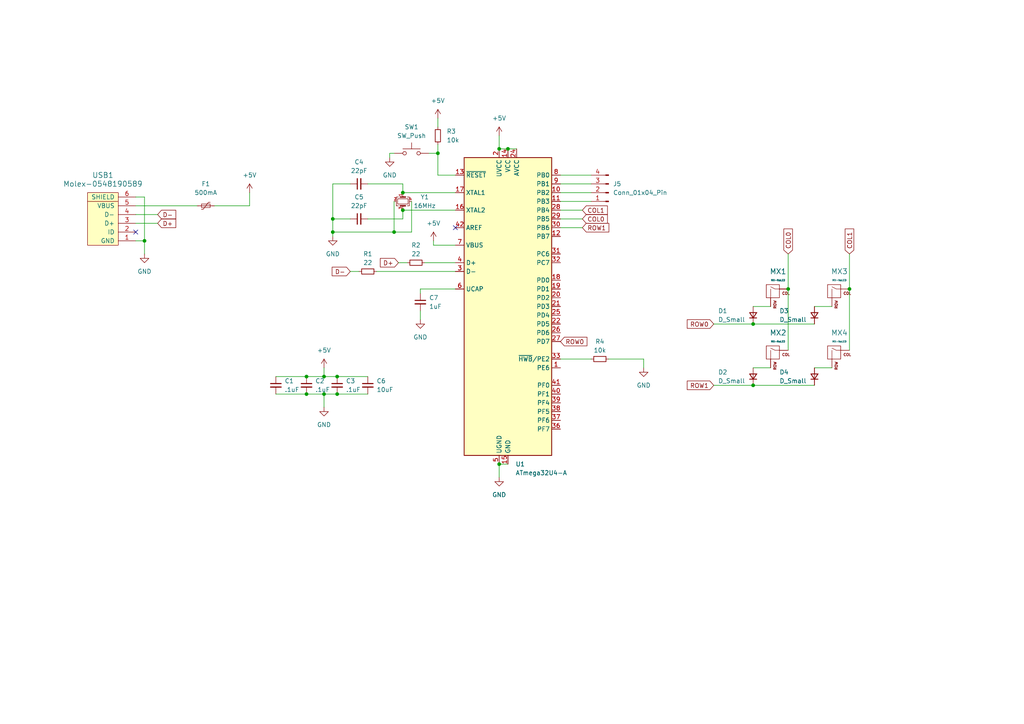
<source format=kicad_sch>
(kicad_sch (version 20230121) (generator eeschema)
  (paper "A4")
  (lib_symbols
    (symbol "Connector:Conn_01x04_Pin" (pin_names (offset 1.016) hide)
      (property "Reference" "J" (at 0 5.08 0))
      (property "Value" "Conn_01x04_Pin" (at 0 -7.62 0))
      (symbol "Conn_01x04_Pin_1_1"
        (polyline (pts (xy 1.27 -5.08) (xy 0.8636 -5.08)) (stroke (width 0.1524)))
        (polyline (pts (xy 1.27 -2.54) (xy 0.8636 -2.54)) (stroke (width 0.1524)))
        (polyline (pts (xy 1.27 0) (xy 0.8636 0)) (stroke (width 0.1524)))
        (polyline (pts (xy 1.27 2.54) (xy 0.8636 2.54)) (stroke (width 0.1524)))
        (rectangle (start 0.8636 -4.953) (end 0 -5.207) (stroke (width 0.1524)) (fill (type outline)))
        (rectangle (start 0.8636 -2.413) (end 0 -2.667) (stroke (width 0.1524)) (fill (type outline)))
        (rectangle (start 0.8636 0.127) (end 0 -0.127) (stroke (width 0.1524)) (fill (type outline)))
        (rectangle (start 0.8636 2.667) (end 0 2.413) (stroke (width 0.1524)) (fill (type outline)))
        (pin passive line (at 5.08 2.54 180) (length 3.81) (name "Pin_1") (number "1"))
        (pin passive line (at 5.08 0 180) (length 3.81) (name "Pin_2") (number "2"))
        (pin passive line (at 5.08 -2.54 180) (length 3.81) (name "Pin_3") (number "3"))
        (pin passive line (at 5.08 -5.08 180) (length 3.81) (name "Pin_4") (number "4"))
      )
    )
    (symbol "Device:C_Small" (pin_numbers hide) (pin_names (offset 0.254) hide)
      (property "Reference" "C" (at 0.254 1.778 0))
      (property "Value" "C_Small" (at 0.254 -2.032 0))
      (symbol "C_Small_0_1"
        (polyline (pts (xy -1.524 -0.508) (xy 1.524 -0.508)) (stroke (width 0.3302)))
        (polyline (pts (xy -1.524 0.508) (xy 1.524 0.508)) (stroke (width 0.3048)))
      )
      (symbol "C_Small_1_1"
        (pin passive line (at 0 2.54 270) (length 2.032) (name "~") (number "1"))
        (pin passive line (at 0 -2.54 90) (length 2.032) (name "~") (number "2"))
      )
    )
    (symbol "Device:Crystal_GND24_Small" (pin_names (offset 1.016) hide)
      (property "Reference" "Y" (at 1.27 4.445 0))
      (property "Value" "Crystal_GND24_Small" (at 1.27 2.54 0))
      (symbol "Crystal_GND24_Small_0_1"
        (rectangle (start -0.762 -1.524) (end 0.762 1.524))
        (polyline (pts (xy -1.27 -0.762) (xy -1.27 0.762)) (stroke (width 0.381)))
        (polyline (pts (xy 1.27 -0.762) (xy 1.27 0.762)) (stroke (width 0.381)))
        (polyline (pts (xy -1.27 -1.27) (xy -1.27 -1.905) (xy 1.27 -1.905) (xy 1.27 -1.27)))
        (polyline (pts (xy -1.27 1.27) (xy -1.27 1.905) (xy 1.27 1.905) (xy 1.27 1.27)))
      )
      (symbol "Crystal_GND24_Small_1_1"
        (pin passive line (at -2.54 0 0) (length 1.27) (name "1") (number "1"))
        (pin passive line (at 0 -2.54 90) (length 0.635) (name "2") (number "2"))
        (pin passive line (at 2.54 0 180) (length 1.27) (name "3") (number "3"))
        (pin passive line (at 0 2.54 270) (length 0.635) (name "4") (number "4"))
      )
    )
    (symbol "Device:D_Small" (pin_numbers hide) (pin_names (offset 0.254) hide)
      (property "Reference" "D" (at -1.27 2.032 0))
      (property "Value" "D_Small" (at -3.81 -2.032 0))
      (symbol "D_Small_0_1"
        (polyline (pts (xy -0.762 -1.016) (xy -0.762 1.016)) (stroke (width 0.254)))
        (polyline (pts (xy -0.762 0) (xy 0.762 0)))
        (polyline (pts (xy 0.762 -1.016) (xy -0.762 0) (xy 0.762 1.016) (xy 0.762 -1.016)) (stroke (width 0.254)))
      )
      (symbol "D_Small_1_1"
        (pin passive line (at -2.54 0 0) (length 1.778) (name "K") (number "1"))
        (pin passive line (at 2.54 0 180) (length 1.778) (name "A") (number "2"))
      )
    )
    (symbol "Device:Polyfuse_Small" (pin_numbers hide) (pin_names (offset 0))
      (property "Reference" "F" (at -1.905 0 90))
      (property "Value" "Polyfuse_Small" (at 1.905 0 90))
      (symbol "Polyfuse_Small_0_1"
        (rectangle (start -0.508 1.27) (end 0.508 -1.27))
        (polyline (pts (xy 0 2.54) (xy 0 -2.54)))
        (polyline (pts (xy -1.016 1.27) (xy -1.016 0.762) (xy 1.016 -0.762) (xy 1.016 -1.27)))
      )
      (symbol "Polyfuse_Small_1_1"
        (pin passive line (at 0 2.54 270) (length 0.635) (name "~") (number "1"))
        (pin passive line (at 0 -2.54 90) (length 0.635) (name "~") (number "2"))
      )
    )
    (symbol "Device:R_Small" (pin_numbers hide) (pin_names (offset 0.254) hide)
      (property "Reference" "R" (at 0.762 0.508 0))
      (property "Value" "R_Small" (at 0.762 -1.016 0))
      (symbol "R_Small_0_1"
        (rectangle (start -0.762 1.778) (end 0.762 -1.778) (stroke (width 0.2032)))
      )
      (symbol "R_Small_1_1"
        (pin passive line (at 0 2.54 270) (length 0.762) (name "~") (number "1"))
        (pin passive line (at 0 -2.54 90) (length 0.762) (name "~") (number "2"))
      )
    )
    (symbol "MCU_Microchip_ATmega:ATmega32U4-A"
      (property "Reference" "U" (at -12.7 44.45 0))
      (property "Value" "ATmega32U4-A" (at 2.54 -44.45 0))
      (symbol "ATmega32U4-A_0_1"
        (rectangle (start -12.7 -43.18) (end 12.7 43.18) (stroke (width 0.254)) (fill (type background)))
      )
      (symbol "ATmega32U4-A_1_1"
        (pin bidirectional line (at 15.24 -17.78 180) (length 2.54) (name "PE6") (number "1"))
        (pin bidirectional line (at 15.24 33.02 180) (length 2.54) (name "PB2") (number "10"))
        (pin bidirectional line (at 15.24 30.48 180) (length 2.54) (name "PB3") (number "11"))
        (pin bidirectional line (at 15.24 20.32 180) (length 2.54) (name "PB7") (number "12"))
        (pin input line (at -15.24 38.1 0) (length 2.54) (name "~{RESET}") (number "13"))
        (pin power_in line (at 0 45.72 270) (length 2.54) (name "VCC") (number "14"))
        (pin power_in line (at 0 -45.72 90) (length 2.54) (name "GND") (number "15"))
        (pin output line (at -15.24 27.94 0) (length 2.54) (name "XTAL2") (number "16"))
        (pin input line (at -15.24 33.02 0) (length 2.54) (name "XTAL1") (number "17"))
        (pin bidirectional line (at 15.24 7.62 180) (length 2.54) (name "PD0") (number "18"))
        (pin bidirectional line (at 15.24 5.08 180) (length 2.54) (name "PD1") (number "19"))
        (pin power_in line (at -2.54 45.72 270) (length 2.54) (name "UVCC") (number "2"))
        (pin bidirectional line (at 15.24 2.54 180) (length 2.54) (name "PD2") (number "20"))
        (pin bidirectional line (at 15.24 0 180) (length 2.54) (name "PD3") (number "21"))
        (pin bidirectional line (at 15.24 -5.08 180) (length 2.54) (name "PD5") (number "22"))
        (pin passive line (at 0 -45.72 90) (length 2.54) hide (name "GND") (number "23"))
        (pin power_in line (at 2.54 45.72 270) (length 2.54) (name "AVCC") (number "24"))
        (pin bidirectional line (at 15.24 -2.54 180) (length 2.54) (name "PD4") (number "25"))
        (pin bidirectional line (at 15.24 -7.62 180) (length 2.54) (name "PD6") (number "26"))
        (pin bidirectional line (at 15.24 -10.16 180) (length 2.54) (name "PD7") (number "27"))
        (pin bidirectional line (at 15.24 27.94 180) (length 2.54) (name "PB4") (number "28"))
        (pin bidirectional line (at 15.24 25.4 180) (length 2.54) (name "PB5") (number "29"))
        (pin bidirectional line (at -15.24 10.16 0) (length 2.54) (name "D-") (number "3"))
        (pin bidirectional line (at 15.24 22.86 180) (length 2.54) (name "PB6") (number "30"))
        (pin bidirectional line (at 15.24 15.24 180) (length 2.54) (name "PC6") (number "31"))
        (pin bidirectional line (at 15.24 12.7 180) (length 2.54) (name "PC7") (number "32"))
        (pin bidirectional line (at 15.24 -15.24 180) (length 2.54) (name "~{HWB}/PE2") (number "33"))
        (pin passive line (at 0 45.72 270) (length 2.54) hide (name "VCC") (number "34"))
        (pin passive line (at 0 -45.72 90) (length 2.54) hide (name "GND") (number "35"))
        (pin bidirectional line (at 15.24 -35.56 180) (length 2.54) (name "PF7") (number "36"))
        (pin bidirectional line (at 15.24 -33.02 180) (length 2.54) (name "PF6") (number "37"))
        (pin bidirectional line (at 15.24 -30.48 180) (length 2.54) (name "PF5") (number "38"))
        (pin bidirectional line (at 15.24 -27.94 180) (length 2.54) (name "PF4") (number "39"))
        (pin bidirectional line (at -15.24 12.7 0) (length 2.54) (name "D+") (number "4"))
        (pin bidirectional line (at 15.24 -25.4 180) (length 2.54) (name "PF1") (number "40"))
        (pin bidirectional line (at 15.24 -22.86 180) (length 2.54) (name "PF0") (number "41"))
        (pin passive line (at -15.24 22.86 0) (length 2.54) (name "AREF") (number "42"))
        (pin passive line (at 0 -45.72 90) (length 2.54) hide (name "GND") (number "43"))
        (pin passive line (at 2.54 45.72 270) (length 2.54) hide (name "AVCC") (number "44"))
        (pin passive line (at -2.54 -45.72 90) (length 2.54) (name "UGND") (number "5"))
        (pin passive line (at -15.24 5.08 0) (length 2.54) (name "UCAP") (number "6"))
        (pin input line (at -15.24 17.78 0) (length 2.54) (name "VBUS") (number "7"))
        (pin bidirectional line (at 15.24 38.1 180) (length 2.54) (name "PB0") (number "8"))
        (pin bidirectional line (at 15.24 35.56 180) (length 2.54) (name "PB1") (number "9"))
      )
    )
    (symbol "MX_Alps_Hybrid:MX-NoLED" (pin_names (offset 1.016))
      (property "Reference" "MX" (at -0.635 3.81 0))
      (property "Value" "MX-NoLED" (at -0.635 1.27 0))
      (symbol "MX-NoLED_0_0"
        (rectangle (start -2.54 2.54) (end 1.27 -1.27))
        (polyline (pts (xy -1.27 -1.27) (xy -1.27 1.27)) (stroke (width 0.127)))
        (polyline (pts (xy 1.27 1.27) (xy 0 1.27) (xy -1.27 1.905)) (stroke (width 0.127)))
        (text "COL" (at 3.175 0 0) (effects (font (size 0.762 0.762))))
        (text "ROW" (at 0 -1.905 900) (effects (font (size 0.762 0.762)) (justify right)))
      )
      (symbol "MX-NoLED_1_1"
        (pin passive line (at 3.81 1.27 180) (length 2.54) (name "COL") (number "1"))
        (pin passive line (at -1.27 -3.81 90) (length 2.54) (name "ROW") (number "2"))
      )
    )
    (symbol "Switch:SW_Push" (pin_numbers hide) (pin_names (offset 1.016) hide)
      (property "Reference" "SW" (at 1.27 2.54 0))
      (property "Value" "SW_Push" (at 0 -1.524 0))
      (symbol "SW_Push_0_1"
        (circle (center -2.032 0) (radius 0.508))
        (polyline (pts (xy 0 1.27) (xy 0 3.048)))
        (polyline (pts (xy 2.54 1.27) (xy -2.54 1.27)))
        (circle (center 2.032 0) (radius 0.508))
        (pin passive line (at -5.08 0 0) (length 2.54) (name "1") (number "1"))
        (pin passive line (at 5.08 0 180) (length 2.54) (name "2") (number "2"))
      )
    )
    (symbol "power:+5V" (power) (pin_names (offset 0))
      (property "Value" "+5V" (at 0 3.556 0))
      (symbol "+5V_0_1"
        (polyline (pts (xy -0.762 1.27) (xy 0 2.54)))
        (polyline (pts (xy 0 0) (xy 0 2.54)))
        (polyline (pts (xy 0 2.54) (xy 0.762 1.27)))
      )
      (symbol "+5V_1_1"
        (pin power_in line (at 0 0 90) (length 0) hide (name "+5V") (number "1"))
      )
    )
    (symbol "power:GND" (power) (pin_names (offset 0))
      (property "Value" "GND" (at 0 -3.81 0))
      (symbol "GND_0_1"
        (polyline (pts (xy 0 0) (xy 0 -1.27) (xy 1.27 -1.27) (xy 0 -2.54) (xy -1.27 -1.27) (xy 0 -1.27)))
      )
      (symbol "GND_1_1"
        (pin power_in line (at 0 0 270) (length 0) hide (name "GND") (number "1"))
      )
    )
    (symbol "random-keyboard-parts:Molex-0548190589" (pin_names (offset 1.016))
      (property "Reference" "USB" (at 0 7.62 0))
      (property "Value" "Molex-0548190589" (at 0 10.16 0))
      (symbol "Molex-0548190589_0_0"
        (polyline (pts (xy 6.35 -2.54) (xy 6.35 6.35)))
        (rectangle (start 8.89 -2.54) (end -6.35 6.35) (fill (type background)))
      )
      (symbol "Molex-0548190589_1_1"
        (pin input line (at -5.08 -7.62 90) (length 5.08) (name "GND") (number "1"))
        (pin input line (at -2.54 -7.62 90) (length 5.08) (name "ID") (number "2"))
        (pin input line (at 0 -7.62 90) (length 5.08) (name "D+") (number "3"))
        (pin input line (at 2.54 -7.62 90) (length 5.08) (name "D-") (number "4"))
        (pin input line (at 5.08 -7.62 90) (length 5.08) (name "VBUS") (number "5"))
        (pin input line (at 7.62 -7.62 90) (length 5.08) (name "SHIELD") (number "6"))
      )
    )
  )
  (junction (at 116.84 60.96))
  (junction (at 96.52 67.31))
  (junction (at 88.9 114.3))
  (junction (at 97.79 114.3))
  (junction (at 218.44 93.98))
  (junction (at 93.98 109.22))
  (junction (at 96.52 63.5))
  (junction (at 114.3 67.31))
  (junction (at 97.79 109.22))
  (junction (at 144.78 43.18))
  (junction (at 147.32 43.18))
  (junction (at 127 44.45))
  (junction (at 88.9 109.22))
  (junction (at 246.38 83.82))
  (junction (at 218.44 111.76))
  (junction (at 116.84 55.88))
  (junction (at 41.91 69.85))
  (junction (at 93.98 114.3))
  (junction (at 228.6 83.82))
  (junction (at 144.78 134.62))
  (no_connect (at 39.37 67.31))
  (no_connect (at 132.08 66.04))
  (wire (pts (xy 132.08 83.82) (xy 121.92 83.82)))
  (wire (pts (xy 176.53 104.14) (xy 186.69 104.14)))
  (wire (pts (xy 41.91 57.15) (xy 41.91 69.85)))
  (wire (pts (xy 144.78 39.37) (xy 144.78 43.18)))
  (wire (pts (xy 121.92 83.82) (xy 121.92 85.09)))
  (wire (pts (xy 246.38 83.82) (xy 246.38 101.6)))
  (wire (pts (xy 123.19 76.2) (xy 132.08 76.2)))
  (wire (pts (xy 162.56 55.88) (xy 171.45 55.88)))
  (wire (pts (xy 39.37 57.15) (xy 41.91 57.15)))
  (wire (pts (xy 144.78 134.62) (xy 144.78 138.43)))
  (wire (pts (xy 228.6 83.82) (xy 228.6 101.6)))
  (wire (pts (xy 115.57 76.2) (xy 118.11 76.2)))
  (wire (pts (xy 162.56 53.34) (xy 171.45 53.34)))
  (wire (pts (xy 207.01 93.98) (xy 218.44 93.98)))
  (wire (pts (xy 97.79 109.22) (xy 106.68 109.22)))
  (wire (pts (xy 96.52 67.31) (xy 96.52 68.58)))
  (wire (pts (xy 101.6 53.34) (xy 96.52 53.34)))
  (wire (pts (xy 106.68 63.5) (xy 116.84 63.5)))
  (wire (pts (xy 88.9 109.22) (xy 93.98 109.22)))
  (wire (pts (xy 168.91 63.5) (xy 162.56 63.5)))
  (wire (pts (xy 114.3 67.31) (xy 96.52 67.31)))
  (wire (pts (xy 127 41.91) (xy 127 44.45)))
  (wire (pts (xy 80.01 109.22) (xy 88.9 109.22)))
  (wire (pts (xy 41.91 69.85) (xy 39.37 69.85)))
  (wire (pts (xy 186.69 104.14) (xy 186.69 106.68)))
  (wire (pts (xy 121.92 90.17) (xy 121.92 92.71)))
  (wire (pts (xy 88.9 114.3) (xy 93.98 114.3)))
  (wire (pts (xy 119.38 67.31) (xy 114.3 67.31)))
  (wire (pts (xy 162.56 58.42) (xy 171.45 58.42)))
  (wire (pts (xy 236.22 106.68) (xy 241.3 106.68)))
  (wire (pts (xy 39.37 59.69) (xy 57.15 59.69)))
  (wire (pts (xy 125.73 71.12) (xy 125.73 69.85)))
  (wire (pts (xy 93.98 106.68) (xy 93.98 109.22)))
  (wire (pts (xy 124.46 44.45) (xy 127 44.45)))
  (wire (pts (xy 132.08 71.12) (xy 125.73 71.12)))
  (wire (pts (xy 168.91 60.96) (xy 162.56 60.96)))
  (wire (pts (xy 113.03 44.45) (xy 114.3 44.45)))
  (wire (pts (xy 101.6 78.74) (xy 104.14 78.74)))
  (wire (pts (xy 127 34.29) (xy 127 36.83)))
  (wire (pts (xy 119.38 58.42) (xy 119.38 67.31)))
  (wire (pts (xy 93.98 114.3) (xy 93.98 118.11)))
  (wire (pts (xy 127 44.45) (xy 127 50.8)))
  (wire (pts (xy 127 50.8) (xy 132.08 50.8)))
  (wire (pts (xy 228.6 73.66) (xy 228.6 83.82)))
  (wire (pts (xy 116.84 60.96) (xy 132.08 60.96)))
  (wire (pts (xy 62.23 59.69) (xy 72.39 59.69)))
  (wire (pts (xy 45.72 64.77) (xy 39.37 64.77)))
  (wire (pts (xy 218.44 111.76) (xy 236.22 111.76)))
  (wire (pts (xy 218.44 106.68) (xy 223.52 106.68)))
  (wire (pts (xy 116.84 63.5) (xy 116.84 60.96)))
  (wire (pts (xy 113.03 45.72) (xy 113.03 44.45)))
  (wire (pts (xy 45.72 62.23) (xy 39.37 62.23)))
  (wire (pts (xy 144.78 134.62) (xy 147.32 134.62)))
  (wire (pts (xy 109.22 78.74) (xy 132.08 78.74)))
  (wire (pts (xy 93.98 114.3) (xy 97.79 114.3)))
  (wire (pts (xy 168.91 66.04) (xy 162.56 66.04)))
  (wire (pts (xy 116.84 53.34) (xy 116.84 55.88)))
  (wire (pts (xy 144.78 43.18) (xy 147.32 43.18)))
  (wire (pts (xy 114.3 58.42) (xy 114.3 67.31)))
  (wire (pts (xy 96.52 53.34) (xy 96.52 63.5)))
  (wire (pts (xy 96.52 63.5) (xy 96.52 67.31)))
  (wire (pts (xy 41.91 73.66) (xy 41.91 69.85)))
  (wire (pts (xy 80.01 114.3) (xy 88.9 114.3)))
  (wire (pts (xy 218.44 88.9) (xy 223.52 88.9)))
  (wire (pts (xy 96.52 63.5) (xy 101.6 63.5)))
  (wire (pts (xy 246.38 73.66) (xy 246.38 83.82)))
  (wire (pts (xy 116.84 55.88) (xy 132.08 55.88)))
  (wire (pts (xy 207.01 111.76) (xy 218.44 111.76)))
  (wire (pts (xy 162.56 104.14) (xy 171.45 104.14)))
  (wire (pts (xy 72.39 55.88) (xy 72.39 59.69)))
  (wire (pts (xy 147.32 43.18) (xy 149.86 43.18)))
  (wire (pts (xy 106.68 53.34) (xy 116.84 53.34)))
  (wire (pts (xy 236.22 88.9) (xy 241.3 88.9)))
  (wire (pts (xy 93.98 109.22) (xy 97.79 109.22)))
  (wire (pts (xy 218.44 93.98) (xy 236.22 93.98)))
  (wire (pts (xy 162.56 50.8) (xy 171.45 50.8)))
  (wire (pts (xy 97.79 114.3) (xy 106.68 114.3)))
  (global_label "D+" (shape input) (at 115.57 76.2 180) (property "Intersheetrefs" "${INTERSHEET_REFS}" (effects hide)))
  (global_label "ROW0" (shape input) (at 162.56 99.06 0) (property "Intersheetrefs" "${INTERSHEET_REFS}" (effects hide)))
  (global_label "D-" (shape input) (at 101.6 78.74 180) (property "Intersheetrefs" "${INTERSHEET_REFS}" (effects hide)))
  (global_label "D+" (shape input) (at 45.72 64.77 0) (property "Intersheetrefs" "${INTERSHEET_REFS}" (effects hide)))
  (global_label "ROW1" (shape input) (at 207.01 111.76 180) (property "Intersheetrefs" "${INTERSHEET_REFS}" (effects hide)))
  (global_label "COL0" (shape input) (at 228.6 73.66 90) (property "Intersheetrefs" "${INTERSHEET_REFS}" (effects hide)))
  (global_label "COL0" (shape input) (at 168.91 63.5 0) (property "Intersheetrefs" "${INTERSHEET_REFS}" (effects hide)))
  (global_label "D-" (shape input) (at 45.72 62.23 0) (property "Intersheetrefs" "${INTERSHEET_REFS}" (effects hide)))
  (global_label "COL1" (shape input) (at 168.91 60.96 0) (property "Intersheetrefs" "${INTERSHEET_REFS}" (effects hide)))
  (global_label "COL1" (shape input) (at 246.38 73.66 90) (property "Intersheetrefs" "${INTERSHEET_REFS}" (effects hide)))
  (global_label "ROW1" (shape input) (at 168.91 66.04 0) (property "Intersheetrefs" "${INTERSHEET_REFS}" (effects hide)))
  (global_label "ROW0" (shape input) (at 207.01 93.98 180) (property "Intersheetrefs" "${INTERSHEET_REFS}" (effects hide)))
  (symbol (lib_id "power:GND") (at 113.03 45.72 0) (unit 1)
    (property "Reference" "#PWR06" (effects hide))
    (property "Value" "GND" (at 113.03 50.8 0))
  )
  (symbol (lib_id "MX_Alps_Hybrid:MX-NoLED") (at 224.79 102.87 0) (unit 1)
    (property "Reference" "MX2" (at 225.6852 96.52 0) (effects (font (size 1.524 1.524))))
    (property "Value" "MX-NoLED" (at 225.6852 99.06 0) (effects (font (size 0.508 0.508))))
    (property "Footprint" "MX_Alps_Hybrid:MX-1U" (effects hide))
  )
  (symbol (lib_id "MX_Alps_Hybrid:MX-NoLED") (at 242.57 102.87 0) (unit 1)
    (property "Reference" "MX4" (at 243.4652 96.52 0) (effects (font (size 1.524 1.524))))
    (property "Value" "MX-NoLED" (at 243.4652 99.06 0) (effects (font (size 0.508 0.508))))
    (property "Footprint" "MX_Alps_Hybrid:MX-1U" (effects hide))
  )
  (symbol (lib_id "random-keyboard-parts:Molex-0548190589") (at 31.75 64.77 90) (unit 1)
    (property "Reference" "USB1" (at 29.845 50.8 90) (effects (font (size 1.524 1.524))))
    (property "Value" "Molex-0548190589" (at 29.845 53.34 90) (effects (font (size 1.524 1.524))))
    (property "Footprint" "random-keyboard-parts:Molex-0548190589" (effects hide))
  )
  (symbol (lib_id "power:GND") (at 41.91 73.66 0) (unit 1)
    (property "Reference" "#PWR01" (effects hide))
    (property "Value" "GND" (at 41.91 78.74 0))
  )
  (symbol (lib_id "power:GND") (at 121.92 92.71 0) (unit 1)
    (property "Reference" "#PWR07" (effects hide))
    (property "Value" "GND" (at 121.92 97.79 0))
  )
  (symbol (lib_id "power:+5V") (at 72.39 55.88 0) (unit 1)
    (property "Reference" "#PWR02" (effects hide))
    (property "Value" "+5V" (at 72.39 50.8 0))
  )
  (symbol (lib_id "Device:R_Small") (at 127 39.37 0) (unit 1)
    (property "Reference" "R3" (at 129.54 38.1 0) (effects (justify left)))
    (property "Value" "10k" (at 129.54 40.64 0) (effects (justify left)))
    (property "Footprint" "Resistor_SMD:R_0805_2012Metric" (effects hide))
  )
  (symbol (lib_id "Device:D_Small") (at 236.22 91.44 90) (unit 1)
    (property "Reference" "D3" (at 226.06 90.17 90) (effects (justify right)))
    (property "Value" "D_Small" (at 226.06 92.71 90) (effects (justify right)))
    (property "Footprint" "Diode_SMD:D_SOD-123" (effects hide))
    (property "Sim.Device" "D" (effects hide))
    (property "Sim.Pins" "1=K 2=A" (effects hide))
  )
  (symbol (lib_id "Device:R_Small") (at 120.65 76.2 90) (unit 1)
    (property "Reference" "R2" (at 120.65 71.12 90))
    (property "Value" "22" (at 120.65 73.66 90))
    (property "Footprint" "Resistor_SMD:R_0805_2012Metric" (effects hide))
  )
  (symbol (lib_id "MCU_Microchip_ATmega:ATmega32U4-A") (at 147.32 88.9 0) (unit 1)
    (property "Reference" "U1" (at 149.5141 134.62 0) (effects (justify left)))
    (property "Value" "ATmega32U4-A" (at 149.5141 137.16 0) (effects (justify left)))
    (property "Footprint" "Package_QFP:TQFP-44_10x10mm_P0.8mm" (effects hide))
    (property "Datasheet" "http://ww1.microchip.com/downloads/en/DeviceDoc/Atmel-7766-8-bit-AVR-ATmega16U4-32U4_Datasheet.pdf" (effects hide))
  )
  (symbol (lib_id "power:+5V") (at 127 34.29 0) (unit 1)
    (property "Reference" "#PWR09" (effects hide))
    (property "Value" "+5V" (at 127 29.21 0))
  )
  (symbol (lib_id "Device:Crystal_GND24_Small") (at 116.84 58.42 270) (unit 1)
    (property "Reference" "Y1" (at 123.19 57.15 90))
    (property "Value" "16MHz" (at 123.19 59.69 90))
    (property "Footprint" "Crystal:Crystal_SMD_3225-4Pin_3.2x2.5mm" (effects hide))
  )
  (symbol (lib_id "Device:C_Small") (at 106.68 111.76 0) (unit 1)
    (property "Reference" "C6" (at 109.22 110.4963 0) (effects (justify left)))
    (property "Value" "10uF" (at 109.22 113.0363 0) (effects (justify left)))
    (property "Footprint" "Capacitor_SMD:C_0805_2012Metric" (effects hide))
  )
  (symbol (lib_id "power:GND") (at 144.78 138.43 0) (unit 1)
    (property "Reference" "#PWR011" (effects hide))
    (property "Value" "GND" (at 144.78 143.51 0))
  )
  (symbol (lib_id "Device:Polyfuse_Small") (at 59.69 59.69 90) (unit 1)
    (property "Reference" "F1" (at 59.69 53.34 90))
    (property "Value" "500mA" (at 59.69 55.88 90))
    (property "Footprint" "Fuse:Fuse_1206_3216Metric" (effects hide))
  )
  (symbol (lib_id "Device:C_Small") (at 104.14 63.5 90) (unit 1)
    (property "Reference" "C5" (at 104.1463 57.15 90))
    (property "Value" "22pF" (at 104.1463 59.69 90))
    (property "Footprint" "Capacitor_SMD:C_0805_2012Metric" (effects hide))
  )
  (symbol (lib_id "Device:D_Small") (at 218.44 109.22 90) (unit 1)
    (property "Reference" "D2" (at 208.28 107.95 90) (effects (justify right)))
    (property "Value" "D_Small" (at 208.28 110.49 90) (effects (justify right)))
    (property "Footprint" "Diode_SMD:D_SOD-123" (effects hide))
    (property "Sim.Device" "D" (effects hide))
    (property "Sim.Pins" "1=K 2=A" (effects hide))
  )
  (symbol (lib_id "Device:D_Small") (at 236.22 109.22 90) (unit 1)
    (property "Reference" "D4" (at 226.06 107.95 90) (effects (justify right)))
    (property "Value" "D_Small" (at 226.06 110.49 90) (effects (justify right)))
    (property "Footprint" "Diode_SMD:D_SOD-123" (effects hide))
    (property "Sim.Device" "D" (effects hide))
    (property "Sim.Pins" "1=K 2=A" (effects hide))
  )
  (symbol (lib_id "Device:R_Small") (at 106.68 78.74 90) (unit 1)
    (property "Reference" "R1" (at 106.68 73.66 90))
    (property "Value" "22" (at 106.68 76.2 90))
    (property "Footprint" "Resistor_SMD:R_0805_2012Metric" (effects hide))
  )
  (symbol (lib_id "MX_Alps_Hybrid:MX-NoLED") (at 242.57 85.09 0) (unit 1)
    (property "Reference" "MX3" (at 243.4652 78.74 0) (effects (font (size 1.524 1.524))))
    (property "Value" "MX-NoLED" (at 243.4652 81.28 0) (effects (font (size 0.508 0.508))))
    (property "Footprint" "MX_Alps_Hybrid:MX-1U" (effects hide))
  )
  (symbol (lib_id "power:GND") (at 186.69 106.68 0) (unit 1)
    (property "Reference" "#PWR012" (effects hide))
    (property "Value" "GND" (at 186.69 111.76 0))
  )
  (symbol (lib_id "Device:D_Small") (at 218.44 91.44 90) (unit 1)
    (property "Reference" "D1" (at 208.28 90.17 90) (effects (justify right)))
    (property "Value" "D_Small" (at 208.28 92.71 90) (effects (justify right)))
    (property "Footprint" "Diode_SMD:D_SOD-123" (effects hide))
    (property "Sim.Device" "D" (effects hide))
    (property "Sim.Pins" "1=K 2=A" (effects hide))
  )
  (symbol (lib_id "Device:C_Small") (at 80.01 111.76 0) (unit 1)
    (property "Reference" "C1" (at 82.55 110.4963 0) (effects (justify left)))
    (property "Value" ".1uF" (at 82.55 113.0363 0) (effects (justify left)))
    (property "Footprint" "Capacitor_SMD:C_0805_2012Metric" (effects hide))
  )
  (symbol (lib_id "power:+5V") (at 93.98 106.68 0) (unit 1)
    (property "Reference" "#PWR03" (effects hide))
    (property "Value" "+5V" (at 93.98 101.6 0))
  )
  (symbol (lib_id "Switch:SW_Push") (at 119.38 44.45 0) (unit 1)
    (property "Reference" "SW1" (at 119.38 36.83 0))
    (property "Value" "SW_Push" (at 119.38 39.37 0))
    (property "Footprint" "random-keyboard-parts:SKQG-1155865" (effects hide))
  )
  (symbol (lib_id "power:GND") (at 96.52 68.58 0) (unit 1)
    (property "Reference" "#PWR05" (effects hide))
    (property "Value" "GND" (at 96.52 73.66 0))
  )
  (symbol (lib_id "power:+5V") (at 125.73 69.85 0) (unit 1)
    (property "Reference" "#PWR08" (effects hide))
    (property "Value" "+5V" (at 125.73 64.77 0))
  )
  (symbol (lib_id "power:+5V") (at 144.78 39.37 0) (unit 1)
    (property "Reference" "#PWR010" (effects hide))
    (property "Value" "+5V" (at 144.78 34.29 0))
  )
  (symbol (lib_id "Connector:Conn_01x04_Pin") (at 176.53 55.88 180) (unit 1)
    (property "Reference" "J5" (at 177.8 53.34 0) (effects (justify right)))
    (property "Value" "Conn_01x04_Pin" (at 177.8 55.88 0) (effects (justify right)))
    (property "Footprint" "Connector_PinHeader_1.00mm:PinHeader_1x04_P1.00mm_Vertical" (effects hide))
  )
  (symbol (lib_id "Device:R_Small") (at 173.99 104.14 90) (unit 1)
    (property "Reference" "R4" (at 173.99 99.06 90))
    (property "Value" "10k" (at 173.99 101.6 90))
    (property "Footprint" "Resistor_SMD:R_0805_2012Metric" (effects hide))
  )
  (symbol (lib_id "MX_Alps_Hybrid:MX-NoLED") (at 224.79 85.09 0) (unit 1)
    (property "Reference" "MX1" (at 225.6852 78.74 0) (effects (font (size 1.524 1.524))))
    (property "Value" "MX-NoLED" (at 225.6852 81.28 0) (effects (font (size 0.508 0.508))))
    (property "Footprint" "MX_Alps_Hybrid:MX-1U" (effects hide))
  )
  (symbol (lib_id "Device:C_Small") (at 104.14 53.34 90) (unit 1)
    (property "Reference" "C4" (at 104.1463 46.99 90))
    (property "Value" "22pF" (at 104.1463 49.53 90))
    (property "Footprint" "Capacitor_SMD:C_0805_2012Metric" (effects hide))
  )
  (symbol (lib_id "Device:C_Small") (at 97.79 111.76 0) (unit 1)
    (property "Reference" "C3" (at 100.33 110.4963 0) (effects (justify left)))
    (property "Value" ".1uF" (at 100.33 113.0363 0) (effects (justify left)))
    (property "Footprint" "Capacitor_SMD:C_0805_2012Metric" (effects hide))
  )
  (symbol (lib_id "power:GND") (at 93.98 118.11 0) (unit 1)
    (property "Reference" "#PWR04" (effects hide))
    (property "Value" "GND" (at 93.98 123.19 0))
  )
  (symbol (lib_id "Device:C_Small") (at 88.9 111.76 0) (unit 1)
    (property "Reference" "C2" (at 91.44 110.4963 0) (effects (justify left)))
    (property "Value" ".1uF" (at 91.44 113.0363 0) (effects (justify left)))
    (property "Footprint" "Capacitor_SMD:C_0805_2012Metric" (effects hide))
  )
  (symbol (lib_id "Device:C_Small") (at 121.92 87.63 0) (unit 1)
    (property "Reference" "C7" (at 124.46 86.3663 0) (effects (justify left)))
    (property "Value" "1uF" (at 124.46 88.9063 0) (effects (justify left)))
    (property "Footprint" "Capacitor_SMD:C_0805_2012Metric" (effects hide))
  )
)
</source>
